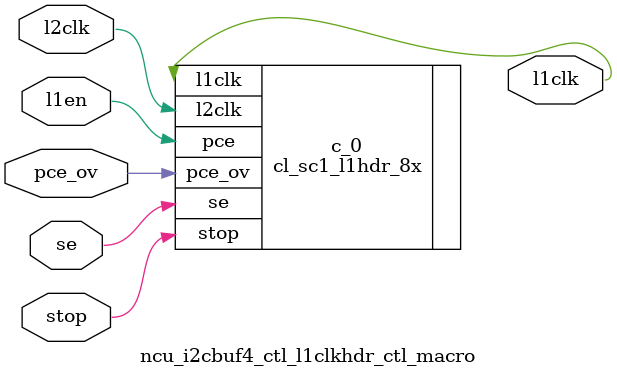
<source format=v>
`define RF_RDEN_OFFSTATE            1'b1

`define NCU_INTMANRF_DEPTH         128
`define NCU_INTMANRF_DATAWIDTH      16
`define NCU_INTMANRF_ADDRWIDTH       7
//====================================

//====================================
`define NCU_MONDORF_DEPTH           64
`define NCU_MONDORF_DATAWIDTH       72
`define NCU_MONDORF_ADDRWIDTH        6
//====================================

//====================================
`define NCU_CPUBUFRF_DEPTH          32
`define NCU_CPUBUFRF_DATAWIDTH     144
`define NCU_CPUBUFRF_ADDRWIDTH       5
//====================================

//====================================
`define NCU_IOBUFRF_DEPTH          32
`define NCU_IOBUFRF_DATAWIDTH     144
`define NCU_IOBUFRF_ADDRWIDTH       5
//====================================

//====================================
`define NCU_IOBUF1RF_DEPTH          32
`define NCU_IOBUF1RF_DATAWIDTH      32
`define NCU_IOBUF1RF_ADDRWIDTH       5
//====================================

//====================================
`define NCU_INTBUFRF_DEPTH          32
`define NCU_INTBUFRF_DATAWIDTH     144
`define NCU_INTBUFRF_ADDRWIDTH       5
//====================================

//== fix me : need to remove when warm //
//== becomes available //
`define WMR_LENGTH		10'd999
`define WMR_LENGTH_P1		10'd1000

//// NCU CSR_MAN address   80_0000_xxxx ////
`define NCU_CSR_MAN			16'h0000
`define NCU_CREG_INTMAN			16'h0000
//`define NCU_CREG_INTVECDISP		16'h0800
`define NCU_CREG_MONDOINVEC		16'h0a00
`define NCU_CREG_SERNUM			16'h1000
`define NCU_CREG_FUSESTAT		16'h1008
`define NCU_CREG_COREAVAIL		16'h1010
`define NCU_CREG_BANKAVAIL		16'h1018
`define NCU_CREG_BANK_ENABLE		16'h1020
`define NCU_CREG_BANK_ENABLE_STATUS 	16'h1028
`define NCU_CREG_L2_HASH_ENABLE		16'h1030
`define NCU_CREG_L2_HASH_ENABLE_STATUS	16'h1038


`define NCU_CREG_MEM32_BASE	16'h2000
`define NCU_CREG_MEM32_MASK	16'h2008
`define NCU_CREG_MEM64_BASE	16'h2010
`define NCU_CREG_MEM64_MASK	16'h2018
`define NCU_CREG_IOCON_BASE	16'h2020
`define NCU_CREG_IOCON_MASK	16'h2028
`define NCU_CREG_MMUFSH		16'h2030

`define NCU_CREG_ESR		16'h3000
`define NCU_CREG_ELE		16'h3008
`define NCU_CREG_EIE		16'h3010
`define NCU_CREG_EJR		16'h3018
`define NCU_CREG_FEE		16'h3020
`define NCU_CREG_PER		16'h3028
`define NCU_CREG_SIISYN		16'h3030
`define NCU_CREG_NCUSYN		16'h3038
`define NCU_CREG_SCKSEL         16'h3040
`define NCU_CREG_DBGTRIG_EN     16'h4000

//// NUC CSR_MONDO address 80_0004_xxxx ////
`define NCU_CSR_MONDO		16'h0004
`define NCU_CREG_MDATA0  	16'h0000 
`define NCU_CREG_MDATA1  	16'h0200 
`define NCU_CREG_MDATA0_ALIAS	16'h0400 
`define NCU_CREG_MDATA1_ALIAS	16'h0600 
`define NCU_CREG_MBUSY		16'h0800 
`define NCU_CREG_MBUSY_ALIAS	16'h0a00 



// ASI shared reg 90_xxxx_xxxx//
`define NCU_ASI_A_HIT			10'h104 // 6-bits cpuid and thread id are "x"
`define NCU_ASI_B_HIT			10'h1CC // 6-bits cpuid and thread id are "x"
`define NCU_ASI_C_HIT			10'h114	// 6-bits cpuid and thread id are "x"
`define NCU_ASI_COREAVAIL		16'h0000
`define NCU_ASI_CORE_ENABLE_STATUS	16'h0010
`define NCU_ASI_CORE_ENABLE		16'h0020
`define NCU_ASI_XIR_STEERING		16'h0030
`define NCU_ASI_CORE_RUNNINGRW		16'h0050
`define NCU_ASI_CORE_RUNNING_STATUS	16'h0058
`define NCU_ASI_CORE_RUNNING_W1S	16'h0060
`define NCU_ASI_CORE_RUNNING_W1C	16'h0068
`define NCU_ASI_INTVECDISP		16'h0000
`define NCU_ASI_ERR_STR                 16'h1000
`define NCU_ASI_WMR_VEC_MASK            16'h0018
`define NCU_ASI_CMP_TICK_ENABLE		16'h0038


//// UCB packet type ////
`define UCB_READ_NACK	4'b0000    // ack/nack types
`define UCB_READ_ACK	4'b0001
`define UCB_WRITE_ACK	4'b0010
`define UCB_IFILL_ACK	4'b0011
`define UCB_IFILL_NACK	4'b0111

`define UCB_READ_REQ	4'b0100    // req types
`define UCB_WRITE_REQ	4'b0101
`define UCB_IFILL_REQ	4'b0110

`define UCB_INT		4'b1000    // plain interrupt
`define UCB_INT_VEC	4'b1100    // interrupt with vector
`define UCB_INT_SOC_UE	4'b1001    // soc interrup ue
`define UCB_INT_SOC_CE  4'b1010    // soc interrup ce
`define UCB_RESET_VEC	4'b0101    // reset with vector
`define UCB_IDLE_VEC	4'b1110    // idle with vector
`define UCB_RESUME_VEC	4'b1111    // resume with vector

`define UCB_INT_SOC 	4'b1101    // soc interrup ce


//// PCX packet type ////
`define	PCX_LOAD_RQ	5'b00000
`define	PCX_IMISS_RQ	5'b10000
`define	PCX_STORE_RQ	5'b00001
`define PCX_FWD_RQs	5'b01101
`define PCX_FWD_RPYs	5'b01110

//// CPX packet type ////
//`define CPX_LOAD_RET	4'b0000
`define CPX_LOAD_RET	4'b1000
`define CPX_ST_ACK	4'b0100
//`define CPX_IFILL_RET	4'b0001
`define CPX_IFILL_RET	4'b1001
`define CPX_INT_RET	4'b0111
`define CPX_INT_SOC	4'b1101
//`define CPX_FWD_RQ_RET	4'b1010
//`define CPX_FWD_RPY_RET	4'b1011




//// Global CSR decode ////
`define NCU_CSR		8'h80
`define NIU_CSR		8'h81
//`define RNG_CSR		8'h82
`define DBG1_CSR               8'h86
`define CCU_CSR		8'h83
`define MCU_CSR		8'h84
`define TCU_CSR		8'h85
`define DMU_CSR		8'h88
`define RCU_CSR		8'h89
`define NCU_ASI		8'h90
			/////8'h91 ~ 9F reserved
			/////8'hA0 ~ BF L2 CSR////
`define DMU_PIO		4'hC   // C0 ~ CF
			/////8'hB0 ~ FE reserved
`define SSI_CSR		8'hFF


//// NCU_SSI ////
`define SSI_ADDR 	 	12'hFF_F
`define SSI_ADDR_TIMEOUT_REG	40'hFF_0001_0088
`define SSI_ADDR_LOG_REG	40'hFF_0000_0018

`define IF_IDLE 2'b00
`define IF_ACPT 2'b01
`define IF_DROP 2'b10

`define SSI_IDLE     3'b000
`define	SSI_REQ      3'b001
`define	SSI_WDATA    3'b011
`define	SSI_REQ_PAR  3'b101
`define	SSI_ACK      3'b111
`define	SSI_RDATA    3'b110
`define	SSI_ACK_PAR  3'b010










module ncu_i2cbuf4_ctl (
  iol2clk, 
  scan_in, 
  scan_out, 
  tcu_pce_ov, 
  tcu_clk_stop, 
  tcu_scan_en, 
  tcu_aclk, 
  tcu_bclk, 
  ucb_iob_vld, 
  ucb_iob_data, 
  iob_ucb_stall, 
  req_ack_obj, 
  req_ack_vld, 
  rd_req_ack_dbl_buf, 
  int_obj, 
  int_vld, 
  rd_int_dbl_buf) ;
wire stall_d1_n;
wire stall_d1;
wire vld_d1_ff_scanin;
wire vld_d1_ff_scanout;
wire vld_d1;
wire l1clk;
wire rdy1;
wire data_d1_ff_scanin;
wire data_d1_ff_scanout;
wire [3:0] data_d1;
wire stall_ff_scanin;
wire stall_ff_scanout;
wire iob_ucb_stall_a1;
wire stall_d1_ff_scanin;
wire stall_d1_ff_scanout;
wire rdy0_ff_scanin;
wire rdy0_ff_scanout;
wire rdy0;
wire rdy1_ff_scanin;
wire rdy1_ff_scanout;
wire skid_buf0_en;
wire vld_buf0_ff_scanin;
wire vld_buf0_ff_scanout;
wire vld_buf0;
wire data_buf0_ff_scanin;
wire data_buf0_ff_scanout;
wire [3:0] data_buf0;
wire skid_buf1_en_ff_scanin;
wire skid_buf1_en_ff_scanout;
wire skid_buf1_en;
wire vld_buf1_ff_scanin;
wire vld_buf1_ff_scanout;
wire vld_buf1;
wire data_buf1_ff_scanin;
wire data_buf1_ff_scanout;
wire [3:0] data_buf1;
wire skid_buf0_sel;
wire skid_buf1_sel_ff_scanin;
wire skid_buf1_sel_ff_scanout;
wire skid_buf1_sel;
wire vld_mux;
wire [3:0] data_mux;
wire [31:0] indata_vec_next;
wire [31:0] indata_vec;
wire iob_ucb_stall_a1_n;
wire indata_vec_ff_scanin;
wire indata_vec_ff_scanout;
wire [127:0] indata_buf_next;
wire [127:0] indata_buf;
wire indata_buf_ff_scanin;
wire indata_buf_ff_scanout;
wire indata_vec0_d1_ff_scanin;
wire indata_vec0_d1_ff_scanout;
wire indata_vec0_d1;
wire indata_buf_vld;
wire req_ack_pending;
wire int_type;
wire int_pending;
wire req_ack_dbl_buf_full;
wire int_dbl_buf_full;
wire wr_req_ack_dbl_buf;
wire a_wr_buf0;
wire a_buf1_vld;
wire a_buf0_vld;
wire a_buf1_older;
wire a_wr_buf1;
wire a_rd_buf0;
wire a_rd_buf1;
wire a_rd_buf;
wire a_buf1_older_n;
wire a_buf1_older_ff_scanin;
wire a_buf1_older_ff_scanout;
wire a_en_vld0;
wire a_en_vld1;
wire a_buf0_vld_ff_scanin;
wire a_buf0_vld_ff_scanout;
wire a_buf1_vld_ff_scanin;
wire a_buf1_vld_ff_scanout;
wire a_buf0_obj_ff_scanin;
wire a_buf0_obj_ff_scanout;
wire [127:0] a_buf0_obj;
wire a_buf1_obj_ff_scanin;
wire a_buf1_obj_ff_scanout;
wire [127:0] a_buf1_obj;
wire wr_int_dbl_buf;
wire i_wr_buf0;
wire i_buf1_vld;
wire i_buf0_vld;
wire i_buf1_older;
wire i_wr_buf1;
wire i_rd_buf0;
wire i_rd_buf1;
wire i_rd_buf;
wire i_buf1_older_n;
wire i_buf1_older_ff_scanin;
wire i_buf1_older_ff_scanout;
wire i_en_vld0;
wire i_en_vld1;
wire i_buf0_vld_ff_scanin;
wire i_buf0_vld_ff_scanout;
wire i_buf1_vld_ff_scanin;
wire i_buf1_vld_ff_scanout;
wire i_buf0_obj_ff_scanin;
wire i_buf0_obj_ff_scanout;
wire [24:0] i_buf0_obj;
wire i_buf1_obj_ff_scanin;
wire i_buf1_obj_ff_scanout;
wire [24:0] i_buf1_obj;
wire siclk;
wire soclk;
wire se;
wire pce_ov;
wire stop;


   // Global interface
input 			iol2clk;
input		scan_in;
output		scan_out;
input		tcu_pce_ov;
input		tcu_clk_stop;
input		tcu_scan_en;
input		tcu_aclk;
input		tcu_bclk;

   // UCB interface
input 			ucb_iob_vld;
input [3:0] ucb_iob_data;
output 			iob_ucb_stall;

   // i2c slow control/datapath interface
output [127:0]	req_ack_obj;
output		req_ack_vld;
input		rd_req_ack_dbl_buf;

output [24:0]	int_obj;
output		int_vld;
input		rd_int_dbl_buf;

   // Internal signals

/************************************************************
 * Assemble inbound packet
 ************************************************************/
//ucb_bus_in /*#(UCB_BUS_WIDTH)*/ ucb_bus_in (
//					.clk(iol2clk),
//					.vld(ucb_iob_vld),
//					.data(ucb_iob_data[UCB_BUS_WIDTH-1:0]),
//					.stall(iob_ucb_stall),
//					.indata_buf_vld(indata_buf_vld),
//					.indata_buf(indata_buf[127:0]),
//					.stall_a1(iob_ucb_stall_a1));
//===============================================================
//===============================================================
//==================================== ucb_bus_in ===============

/************************************************************
 * UCB bus interface flops
 * This is to make signals going between IOB and UCB flop-to-flop
 * to improve timing.
 ************************************************************/
assign	stall_d1_n = ~stall_d1;
ncu_i2cbuf4_ctl_msff_ctl_macro__en_1__width_1 vld_d1_ff  
				(
				.scan_in(vld_d1_ff_scanin),
				.scan_out(vld_d1_ff_scanout),
				.dout		(vld_d1),
				.l1clk		(l1clk),
				.en		(stall_d1_n&rdy1),
				.din		(ucb_iob_vld),
  .siclk(siclk),
  .soclk(soclk)
				);

ncu_i2cbuf4_ctl_msff_ctl_macro__en_1__width_4 data_d1_ff  
				(
				.scan_in(data_d1_ff_scanin),
				.scan_out(data_d1_ff_scanout),
				.dout		(data_d1[3:0]),
				.l1clk		(l1clk),
				.en		(stall_d1_n),
				.din		(ucb_iob_data[3:0]),
  .siclk(siclk),
  .soclk(soclk)
				);

ncu_i2cbuf4_ctl_msff_ctl_macro__width_1 stall_ff 
				(
				.scan_in(stall_ff_scanin),
				.scan_out(stall_ff_scanout),
				.dout		(iob_ucb_stall),
				.l1clk		(l1clk),
				.din		(iob_ucb_stall_a1),
  .siclk(siclk),
  .soclk(soclk)
				);

ncu_i2cbuf4_ctl_msff_ctl_macro__width_1 stall_d1_ff 
				(
				.scan_in(stall_d1_ff_scanin),
				.scan_out(stall_d1_ff_scanout),
				.dout		(stall_d1),
				.l1clk		(l1clk),
				.din		(iob_ucb_stall),
  .siclk(siclk),
  .soclk(soclk)
				);

ncu_i2cbuf4_ctl_msff_ctl_macro__width_1 rdy0_ff 
				(
				.scan_in(rdy0_ff_scanin),
				.scan_out(rdy0_ff_scanout),
				.dout		(rdy0),
				.l1clk		(l1clk),
				.din		(1'b1),
  .siclk(siclk),
  .soclk(soclk)
				);

ncu_i2cbuf4_ctl_msff_ctl_macro__width_1 rdy1_ff 
				(
				.scan_in(rdy1_ff_scanin),
				.scan_out(rdy1_ff_scanout),
				.dout		(rdy1),
				.l1clk		(l1clk),
				.din		(rdy0),
  .siclk(siclk),
  .soclk(soclk)
				);

/************************************************************
 * Skid buffer
 * We need a two deep skid buffer to handle stalling.
 ************************************************************/
// Assertion: stall has to be deasserted for more than 1 cycle
//            ie time between two separate stalls has to be
//            at least two cycles.  Otherwise, contents from
//            skid buffer will be lost.

// Buffer 0
assign  skid_buf0_en = iob_ucb_stall_a1 & ~iob_ucb_stall;

ncu_i2cbuf4_ctl_msff_ctl_macro__en_1__width_1 vld_buf0_ff  
				(
				.scan_in(vld_buf0_ff_scanin),
				.scan_out(vld_buf0_ff_scanout),
				.dout		(vld_buf0),
				.l1clk		(l1clk),
				.en		(skid_buf0_en),
				.din		(vld_d1),
  .siclk(siclk),
  .soclk(soclk)
				);

ncu_i2cbuf4_ctl_msff_ctl_macro__en_1__width_4 data_buf0_ff  
				(
				.scan_in(data_buf0_ff_scanin),
				.scan_out(data_buf0_ff_scanout),
				.dout		(data_buf0[3:0]),
				.l1clk		(l1clk),
				.en		(skid_buf0_en),
				.din		(data_d1[3:0]),
  .siclk(siclk),
  .soclk(soclk)
				);

// Buffer 1
ncu_i2cbuf4_ctl_msff_ctl_macro__width_1 skid_buf1_en_ff 
				(
				.scan_in(skid_buf1_en_ff_scanin),
				.scan_out(skid_buf1_en_ff_scanout),
				.dout		(skid_buf1_en),
				.l1clk		(l1clk),
				.din		(skid_buf0_en),
  .siclk(siclk),
  .soclk(soclk)
				);

ncu_i2cbuf4_ctl_msff_ctl_macro__en_1__width_1 vld_buf1_ff  
				(
				.scan_in(vld_buf1_ff_scanin),
				.scan_out(vld_buf1_ff_scanout),
				.dout		(vld_buf1),
				.l1clk		(l1clk),
				.en		(skid_buf1_en),
				.din		(vld_d1),
  .siclk(siclk),
  .soclk(soclk)
				);

ncu_i2cbuf4_ctl_msff_ctl_macro__en_1__width_4 data_buf1_ff  
				(
				.scan_in(data_buf1_ff_scanin),
				.scan_out(data_buf1_ff_scanout),
				.dout		(data_buf1[3:0]),
				.l1clk		(l1clk),
				.en		(skid_buf1_en),
				.din		(data_d1[3:0]),
  .siclk(siclk),
  .soclk(soclk)
				);
/************************************************************
 * Mux between skid buffer and interface flop
 ************************************************************/
// Assertion: stall has to be deasserted for more than 1 cycle
//            ie time between two separate stalls has to be
//            at least two cycles.  Otherwise, contents from
//            skid buffer will be lost.

assign  skid_buf0_sel = ~iob_ucb_stall_a1 & iob_ucb_stall;

ncu_i2cbuf4_ctl_msff_ctl_macro__width_1 skid_buf1_sel_ff 
				(
				.scan_in(skid_buf1_sel_ff_scanin),
				.scan_out(skid_buf1_sel_ff_scanout),
				.dout		(skid_buf1_sel),
				.l1clk		(l1clk),
				.din		(skid_buf0_sel),
  .siclk(siclk),
  .soclk(soclk)
				);

assign  vld_mux = skid_buf0_sel ? vld_buf0 : 
	   	     skid_buf1_sel ? vld_buf1 :
		                     vld_d1;

assign  data_mux[3:0] = skid_buf0_sel ? data_buf0[3:0] : 
			skid_buf1_sel ? data_buf1[3:0] : 
					       		 data_d1[3:0];

/************************************************************
 * Assemble inbound data
 ************************************************************/
// valid vector
assign  indata_vec_next[31:0] = {vld_mux, 
	   					     indata_vec[31:1]};
assign	iob_ucb_stall_a1_n = ~iob_ucb_stall_a1;
ncu_i2cbuf4_ctl_msff_ctl_macro__en_1__width_32 indata_vec_ff  
				(
				.scan_in(indata_vec_ff_scanin),
				.scan_out(indata_vec_ff_scanout),
				.dout		(indata_vec[31:0]),
				.l1clk		(l1clk),
				.en		(iob_ucb_stall_a1_n),
				.din		(indata_vec_next[31:0]),
  .siclk(siclk),
  .soclk(soclk)
				);

// data buffer
assign  indata_buf_next[127:0] = {data_mux[3:0], indata_buf[127:4]};
ncu_i2cbuf4_ctl_msff_ctl_macro__en_1__width_128 indata_buf_ff  
				(
				.scan_in(indata_buf_ff_scanin),
				.scan_out(indata_buf_ff_scanout),
				.dout		(indata_buf[127:0]),
				.l1clk		(l1clk),
				.en		(iob_ucb_stall_a1_n),
				.din		(indata_buf_next[127:0]),
  .siclk(siclk),
  .soclk(soclk)
				);

// detect a new packet	  
ncu_i2cbuf4_ctl_msff_ctl_macro__en_1__width_1 indata_vec0_d1_ff  
				(
				.scan_in(indata_vec0_d1_ff_scanin),
				.scan_out(indata_vec0_d1_ff_scanout),
				.dout		(indata_vec0_d1),
				.l1clk		(l1clk),
				.en		(iob_ucb_stall_a1_n),
				.din		(indata_vec[0]),
  .siclk(siclk),
  .soclk(soclk)
				);

assign  indata_buf_vld = indata_vec[0] & ~indata_vec0_d1;
//================================= ucb_bus_in ==================
//===============================================================
//===============================================================








/************************************************************
 * Decode inbound packet type
 ************************************************************/
   // non-interrupt packet
assign        req_ack_pending = ~int_type & indata_buf_vld;

   // interrupt packet
assign 	 int_type = ((indata_buf[3:0] == `UCB_INT) |
		     (indata_buf[3:0] == `UCB_INT_VEC) |
		     (indata_buf[3:0] == `UCB_RESET_VEC) |
		     (indata_buf[3:0] == `UCB_IDLE_VEC) |
		     (indata_buf[3:0] == `UCB_RESUME_VEC) );
		       
assign 	 int_pending = int_type & indata_buf_vld;

assign 	 iob_ucb_stall_a1 = (req_ack_pending & req_ack_dbl_buf_full) |
				    (int_pending & int_dbl_buf_full);

/************************************************************
 * Double buffer to store non-interrupt packets
 ************************************************************/
assign 	 wr_req_ack_dbl_buf = req_ack_pending & ~req_ack_dbl_buf_full;

//dbl_buf /*#(128)*/ req_ack_dbl_buf (
//				 .clk(iol2clk),
//				 .wr(wr_req_ack_dbl_buf),
//				 .din(indata_buf[127:0]),
//				 .rd(rd_req_ack_dbl_buf),
//				 .dout(req_ack_obj[127:0]),
//				 .vld(req_ack_vld),
//				 .full(req_ack_dbl_buf_full));
//===============================================================
//===============================================================
//======================================= dbl_buf ===============


////////////////////////////////////////////////////////////////////////
// Code starts here
////////////////////////////////////////////////////////////////////////
// if both entries are empty, write to entry pointed to by the older pointer
assign	a_wr_buf0 = wr_req_ack_dbl_buf & (a_buf1_vld | (~a_buf0_vld & ~a_buf1_older));
assign	a_wr_buf1 = wr_req_ack_dbl_buf & (a_buf0_vld | (~a_buf1_vld & a_buf1_older));

// read from the older entry
assign	a_rd_buf0 = rd_req_ack_dbl_buf & ~a_buf1_older;
assign	a_rd_buf1 = rd_req_ack_dbl_buf &  a_buf1_older;

// flip older pointer when an entry is read
assign	a_rd_buf = rd_req_ack_dbl_buf & (a_buf0_vld | a_buf1_vld);
assign	a_buf1_older_n = ~a_buf1_older;
ncu_i2cbuf4_ctl_msff_ctl_macro__en_1__width_1 a_buf1_older_ff  
				(
				.scan_in(a_buf1_older_ff_scanin),
				.scan_out(a_buf1_older_ff_scanout),
				.dout		(a_buf1_older),
				.l1clk		(l1clk),
				.en		(a_rd_buf),
				.din		(a_buf1_older_n),
  .siclk(siclk),
  .soclk(soclk)
				);

// set valid bit for writes and reset for reads
assign	a_en_vld0 = a_wr_buf0 | a_rd_buf0;
assign	a_en_vld1 = a_wr_buf1 | a_rd_buf1;

// the actual buffers
ncu_i2cbuf4_ctl_msff_ctl_macro__en_1__width_1 a_buf0_vld_ff  
				(
				.scan_in(a_buf0_vld_ff_scanin),
				.scan_out(a_buf0_vld_ff_scanout),
				.dout		(a_buf0_vld),
				.l1clk		(l1clk),
				.en		(a_en_vld0),
				.din		(a_wr_buf0),
  .siclk(siclk),
  .soclk(soclk)
				);

ncu_i2cbuf4_ctl_msff_ctl_macro__en_1__width_1 a_buf1_vld_ff  
				(
				.scan_in(a_buf1_vld_ff_scanin),
				.scan_out(a_buf1_vld_ff_scanout),
				.dout		(a_buf1_vld),
				.l1clk		(l1clk),
				.en		(a_en_vld1),
				.din		(a_wr_buf1),
  .siclk(siclk),
  .soclk(soclk)
				);

ncu_i2cbuf4_ctl_msff_ctl_macro__en_1__width_128 a_buf0_obj_ff  
				(
				.scan_in(a_buf0_obj_ff_scanin),
				.scan_out(a_buf0_obj_ff_scanout),
				.dout		(a_buf0_obj[127:0]),
				.l1clk		(l1clk),
				.en		(a_wr_buf0),
				.din		(indata_buf[127:0]),
  .siclk(siclk),
  .soclk(soclk)
				);

ncu_i2cbuf4_ctl_msff_ctl_macro__en_1__width_128 a_buf1_obj_ff  
				(
				.scan_in(a_buf1_obj_ff_scanin),
				.scan_out(a_buf1_obj_ff_scanout),
				.dout		(a_buf1_obj[127:0]),
				.l1clk		(l1clk),
				.en		(a_wr_buf1),
				.din		(indata_buf[127:0]),
  .siclk(siclk),
  .soclk(soclk)
				);

// mux out the older entry
assign	req_ack_obj[127:0] = (a_buf1_older) ? a_buf1_obj[127:0] : a_buf0_obj[127:0] ;

assign	req_ack_vld = a_buf0_vld | a_buf1_vld;
assign	req_ack_dbl_buf_full = a_buf0_vld & a_buf1_vld;
//================================ dbl_buf ======================
//===============================================================
//===============================================================




/************************************************************
 * Double buffer to store interrupt packets
 ************************************************************/
assign 	 wr_int_dbl_buf = int_pending & ~int_dbl_buf_full;
//dbl_buf /*#(64)*/ int_dbl_buf (
//				 .clk(iol2clk),
//				 .wr(wr_int_dbl_buf),
//				 .din(indata_buf[63:0]),
//				 .rd(rd_int_dbl_buf),
//				 .dout(int_obj[63:0]),
//				 .vld(int_vld),
//				 .full(int_dbl_buf_full));
//===============================================================
//===============================================================
//======================================= dbl_buf ===============

////////////////////////////////////////////////////////////////////////
// Code starts here
////////////////////////////////////////////////////////////////////////
// if both entries are empty, write to entry pointed to by the older pointer
assign	i_wr_buf0 = wr_int_dbl_buf & (i_buf1_vld | (~i_buf0_vld & ~i_buf1_older));
assign	i_wr_buf1 = wr_int_dbl_buf & (i_buf0_vld | (~i_buf1_vld & i_buf1_older));

// read from the older entry
assign	i_rd_buf0 = rd_int_dbl_buf & ~i_buf1_older;
assign	i_rd_buf1 = rd_int_dbl_buf &  i_buf1_older;

// flip older pointer when an entry is read
assign	i_rd_buf = rd_int_dbl_buf & (i_buf0_vld | i_buf1_vld);
assign	i_buf1_older_n = ~i_buf1_older;
ncu_i2cbuf4_ctl_msff_ctl_macro__en_1__width_1 i_buf1_older_ff  
				(
				.scan_in(i_buf1_older_ff_scanin),
				.scan_out(i_buf1_older_ff_scanout),
				.dout		(i_buf1_older),
				.l1clk		(l1clk),
				.en		(i_rd_buf),
				.din		(i_buf1_older_n),
  .siclk(siclk),
  .soclk(soclk)
				);

// set valid bit for writes and reset for reads
assign	i_en_vld0 = i_wr_buf0 | i_rd_buf0;
assign	i_en_vld1 = i_wr_buf1 | i_rd_buf1;

// the actual buffers
ncu_i2cbuf4_ctl_msff_ctl_macro__en_1__width_1 i_buf0_vld_ff  
				(
				.scan_in(i_buf0_vld_ff_scanin),
				.scan_out(i_buf0_vld_ff_scanout),
				.dout		(i_buf0_vld),
				.l1clk		(l1clk),
				.en		(i_en_vld0),
				.din		(i_wr_buf0),
  .siclk(siclk),
  .soclk(soclk)
				);

ncu_i2cbuf4_ctl_msff_ctl_macro__en_1__width_1 i_buf1_vld_ff  
				(
				.scan_in(i_buf1_vld_ff_scanin),
				.scan_out(i_buf1_vld_ff_scanout),
				.dout		(i_buf1_vld),
				.l1clk		(l1clk),
				.en		(i_en_vld1),
				.din		(i_wr_buf1),
  .siclk(siclk),
  .soclk(soclk)
				);

ncu_i2cbuf4_ctl_msff_ctl_macro__en_1__width_25 i_buf0_obj_ff  
				(
				.scan_in(i_buf0_obj_ff_scanin),
				.scan_out(i_buf0_obj_ff_scanout),
				.dout		(i_buf0_obj[24:0]),
				.l1clk		(l1clk),
				.en		(i_wr_buf0),
				.din		({indata_buf[56:51],indata_buf[18:0]}),
  .siclk(siclk),
  .soclk(soclk)
				);

ncu_i2cbuf4_ctl_msff_ctl_macro__en_1__width_25 i_buf1_obj_ff  
				(
				.scan_in(i_buf1_obj_ff_scanin),
				.scan_out(i_buf1_obj_ff_scanout),
				.dout		(i_buf1_obj[24:0]),
				.l1clk		(l1clk),
				.en		(i_wr_buf1),
				.din		({indata_buf[56:51],indata_buf[18:0]}),
  .siclk(siclk),
  .soclk(soclk)
				);

// mux out the older entry
assign	int_obj[24:0] = (i_buf1_older) ? i_buf1_obj[24:0] : i_buf0_obj[24:0] ;

assign	int_vld = i_buf0_vld | i_buf1_vld;
assign	int_dbl_buf_full = i_buf0_vld & i_buf1_vld;
//========================================== dbl_buf ============
//===============================================================
//===============================================================

	  




/**** adding clock header ****/
ncu_i2cbuf4_ctl_l1clkhdr_ctl_macro clkgen (
				.l2clk	(iol2clk),
				.l1en	(1'b1),
				.l1clk	(l1clk),
  .pce_ov(pce_ov),
  .stop(stop),
  .se(se)
				);

/*** building tcu port ***/
assign	siclk = tcu_aclk;
assign	soclk = tcu_bclk;
assign	   se = tcu_scan_en;
assign	pce_ov = tcu_pce_ov;
assign	stop = tcu_clk_stop;

// fixscan start:
assign vld_d1_ff_scanin          = scan_in                  ;
assign data_d1_ff_scanin         = vld_d1_ff_scanout        ;
assign stall_ff_scanin           = data_d1_ff_scanout       ;
assign stall_d1_ff_scanin        = stall_ff_scanout         ;
assign rdy0_ff_scanin            = stall_d1_ff_scanout      ;
assign rdy1_ff_scanin            = rdy0_ff_scanout          ;
assign vld_buf0_ff_scanin        = rdy1_ff_scanout          ;
assign data_buf0_ff_scanin       = vld_buf0_ff_scanout      ;
assign skid_buf1_en_ff_scanin    = data_buf0_ff_scanout     ;
assign vld_buf1_ff_scanin        = skid_buf1_en_ff_scanout  ;
assign data_buf1_ff_scanin       = vld_buf1_ff_scanout      ;
assign skid_buf1_sel_ff_scanin   = data_buf1_ff_scanout     ;
assign indata_vec_ff_scanin      = skid_buf1_sel_ff_scanout ;
assign indata_buf_ff_scanin      = indata_vec_ff_scanout    ;
assign indata_vec0_d1_ff_scanin  = indata_buf_ff_scanout    ;
assign a_buf1_older_ff_scanin    = indata_vec0_d1_ff_scanout;
assign a_buf0_vld_ff_scanin      = a_buf1_older_ff_scanout  ;
assign a_buf1_vld_ff_scanin      = a_buf0_vld_ff_scanout    ;
assign a_buf0_obj_ff_scanin      = a_buf1_vld_ff_scanout    ;
assign a_buf1_obj_ff_scanin      = a_buf0_obj_ff_scanout    ;
assign i_buf1_older_ff_scanin    = a_buf1_obj_ff_scanout    ;
assign i_buf0_vld_ff_scanin      = i_buf1_older_ff_scanout  ;
assign i_buf1_vld_ff_scanin      = i_buf0_vld_ff_scanout    ;
assign i_buf0_obj_ff_scanin      = i_buf1_vld_ff_scanout    ;
assign i_buf1_obj_ff_scanin      = i_buf0_obj_ff_scanout    ;
assign scan_out                  = i_buf1_obj_ff_scanout    ;
// fixscan end:
endmodule // i2c_buf








// any PARAMS parms go into naming of macro

module ncu_i2cbuf4_ctl_msff_ctl_macro__en_1__width_1 (
  din, 
  en, 
  l1clk, 
  scan_in, 
  siclk, 
  soclk, 
  dout, 
  scan_out);
wire [0:0] fdin;

  input [0:0] din;
  input en;
  input l1clk;
  input scan_in;


  input siclk;
  input soclk;

  output [0:0] dout;
  output scan_out;
assign fdin[0:0] = (din[0:0] & {1{en}}) | (dout[0:0] & ~{1{en}});






dff /*#(1)*/  d0_0 (
.l1clk(l1clk),
.siclk(siclk),
.soclk(soclk),
.d(fdin[0:0]),
.si(scan_in),
.so(scan_out),
.q(dout[0:0])
);












endmodule













// any PARAMS parms go into naming of macro

module ncu_i2cbuf4_ctl_msff_ctl_macro__en_1__width_4 (
  din, 
  en, 
  l1clk, 
  scan_in, 
  siclk, 
  soclk, 
  dout, 
  scan_out);
wire [3:0] fdin;
wire [2:0] so;

  input [3:0] din;
  input en;
  input l1clk;
  input scan_in;


  input siclk;
  input soclk;

  output [3:0] dout;
  output scan_out;
assign fdin[3:0] = (din[3:0] & {4{en}}) | (dout[3:0] & ~{4{en}});






dff /*#(4)*/  d0_0 (
.l1clk(l1clk),
.siclk(siclk),
.soclk(soclk),
.d(fdin[3:0]),
.si({scan_in,so[2:0]}),
.so({so[2:0],scan_out}),
.q(dout[3:0])
);












endmodule













// any PARAMS parms go into naming of macro

module ncu_i2cbuf4_ctl_msff_ctl_macro__width_1 (
  din, 
  l1clk, 
  scan_in, 
  siclk, 
  soclk, 
  dout, 
  scan_out);
wire [0:0] fdin;

  input [0:0] din;
  input l1clk;
  input scan_in;


  input siclk;
  input soclk;

  output [0:0] dout;
  output scan_out;
assign fdin[0:0] = din[0:0];






dff /*#(1)*/  d0_0 (
.l1clk(l1clk),
.siclk(siclk),
.soclk(soclk),
.d(fdin[0:0]),
.si(scan_in),
.so(scan_out),
.q(dout[0:0])
);












endmodule













// any PARAMS parms go into naming of macro

module ncu_i2cbuf4_ctl_msff_ctl_macro__en_1__width_32 (
  din, 
  en, 
  l1clk, 
  scan_in, 
  siclk, 
  soclk, 
  dout, 
  scan_out);
wire [31:0] fdin;
wire [30:0] so;

  input [31:0] din;
  input en;
  input l1clk;
  input scan_in;


  input siclk;
  input soclk;

  output [31:0] dout;
  output scan_out;
assign fdin[31:0] = (din[31:0] & {32{en}}) | (dout[31:0] & ~{32{en}});






dff /*#(32)*/  d0_0 (
.l1clk(l1clk),
.siclk(siclk),
.soclk(soclk),
.d(fdin[31:0]),
.si({scan_in,so[30:0]}),
.so({so[30:0],scan_out}),
.q(dout[31:0])
);












endmodule













// any PARAMS parms go into naming of macro

module ncu_i2cbuf4_ctl_msff_ctl_macro__en_1__width_128 (
  din, 
  en, 
  l1clk, 
  scan_in, 
  siclk, 
  soclk, 
  dout, 
  scan_out);
wire [127:0] fdin;
wire [126:0] so;

  input [127:0] din;
  input en;
  input l1clk;
  input scan_in;


  input siclk;
  input soclk;

  output [127:0] dout;
  output scan_out;
assign fdin[127:0] = (din[127:0] & {128{en}}) | (dout[127:0] & ~{128{en}});






dff /*#(128)*/  d0_0 (
.l1clk(l1clk),
.siclk(siclk),
.soclk(soclk),
.d(fdin[127:0]),
.si({scan_in,so[126:0]}),
.so({so[126:0],scan_out}),
.q(dout[127:0])
);












endmodule













// any PARAMS parms go into naming of macro

module ncu_i2cbuf4_ctl_msff_ctl_macro__en_1__width_25 (
  din, 
  en, 
  l1clk, 
  scan_in, 
  siclk, 
  soclk, 
  dout, 
  scan_out);
wire [24:0] fdin;
wire [23:0] so;

  input [24:0] din;
  input en;
  input l1clk;
  input scan_in;


  input siclk;
  input soclk;

  output [24:0] dout;
  output scan_out;
assign fdin[24:0] = (din[24:0] & {25{en}}) | (dout[24:0] & ~{25{en}});






dff /*#(25)*/  d0_0 (
.l1clk(l1clk),
.siclk(siclk),
.soclk(soclk),
.d(fdin[24:0]),
.si({scan_in,so[23:0]}),
.so({so[23:0],scan_out}),
.q(dout[24:0])
);












endmodule













// any PARAMS parms go into naming of macro

module ncu_i2cbuf4_ctl_l1clkhdr_ctl_macro (
  l2clk, 
  l1en, 
  pce_ov, 
  stop, 
  se, 
  l1clk);


  input l2clk;
  input l1en;
  input pce_ov;
  input stop;
  input se;
  output l1clk;



 

cl_sc1_l1hdr_8x c_0 (


   .l2clk(l2clk),
   .pce(l1en),
   .l1clk(l1clk),
  .se(se),
  .pce_ov(pce_ov),
  .stop(stop)
);



endmodule









</source>
